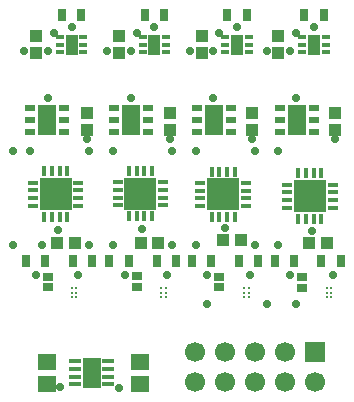
<source format=gts>
G04*
G04 #@! TF.GenerationSoftware,Altium Limited,Altium Designer,24.5.2 (23)*
G04*
G04 Layer_Color=8388736*
%FSLAX25Y25*%
%MOIN*%
G70*
G04*
G04 #@! TF.SameCoordinates,EE7ABEC0-FA62-49D2-8FE4-2AC88B8F3348*
G04*
G04*
G04 #@! TF.FilePolarity,Negative*
G04*
G01*
G75*
%ADD17R,0.03150X0.01575*%
%ADD28R,0.04331X0.04331*%
%ADD29R,0.03150X0.03937*%
%ADD30R,0.03898X0.06693*%
%ADD31R,0.03543X0.01968*%
%ADD32R,0.06299X0.10236*%
%ADD33R,0.10630X0.10630*%
%ADD34O,0.03740X0.01575*%
%ADD35O,0.01575X0.03740*%
%ADD36R,0.06102X0.05512*%
%ADD37R,0.04331X0.04331*%
%ADD38R,0.03228X0.03071*%
%ADD39C,0.01181*%
%ADD40R,0.06260X0.09843*%
%ADD41R,0.03937X0.01772*%
%ADD42R,0.06693X0.06693*%
%ADD43C,0.06693*%
%ADD44C,0.02756*%
D17*
X326752Y381299D02*
D03*
Y383858D02*
D03*
Y386417D02*
D03*
X318917Y381299D02*
D03*
Y383858D02*
D03*
Y386417D02*
D03*
X301161Y381299D02*
D03*
Y383858D02*
D03*
Y386417D02*
D03*
X293327Y381299D02*
D03*
Y383858D02*
D03*
Y386417D02*
D03*
X273602Y381299D02*
D03*
Y383858D02*
D03*
Y386417D02*
D03*
X265768Y381299D02*
D03*
Y383858D02*
D03*
Y386417D02*
D03*
X246043Y381299D02*
D03*
Y383858D02*
D03*
Y386417D02*
D03*
X238209Y381299D02*
D03*
Y383858D02*
D03*
Y386417D02*
D03*
D28*
X230315Y380996D02*
D03*
Y386720D02*
D03*
X257874Y380996D02*
D03*
Y386720D02*
D03*
X285433Y380996D02*
D03*
Y386720D02*
D03*
X311024Y380996D02*
D03*
Y386720D02*
D03*
X247244Y355405D02*
D03*
Y361130D02*
D03*
X329921Y355405D02*
D03*
Y361130D02*
D03*
X302362Y355405D02*
D03*
Y361130D02*
D03*
X274803Y355405D02*
D03*
Y361130D02*
D03*
D29*
X245382Y393701D02*
D03*
X238870D02*
D03*
X272941D02*
D03*
X266429D02*
D03*
X300500D02*
D03*
X293988D02*
D03*
X326091D02*
D03*
X319579D02*
D03*
X233390Y311808D02*
D03*
X226878D02*
D03*
X261130D02*
D03*
X254618D02*
D03*
X242472D02*
D03*
X248984D02*
D03*
X270457D02*
D03*
X276968D02*
D03*
X288689D02*
D03*
X282177D02*
D03*
X297816D02*
D03*
X304328D02*
D03*
X325401D02*
D03*
X331912D02*
D03*
X316330D02*
D03*
X309818D02*
D03*
D30*
X322835Y383858D02*
D03*
X297244D02*
D03*
X269685D02*
D03*
X242126D02*
D03*
D31*
X228209Y362752D02*
D03*
Y358815D02*
D03*
Y354878D02*
D03*
X239547Y362752D02*
D03*
Y358815D02*
D03*
Y354878D02*
D03*
X256114Y362752D02*
D03*
Y358815D02*
D03*
Y354878D02*
D03*
X267453Y362752D02*
D03*
Y358815D02*
D03*
Y354878D02*
D03*
X284020Y362752D02*
D03*
Y358815D02*
D03*
Y354878D02*
D03*
X295358Y362752D02*
D03*
Y358815D02*
D03*
Y354878D02*
D03*
X311425Y362752D02*
D03*
Y358815D02*
D03*
Y354878D02*
D03*
X322764Y362752D02*
D03*
Y358815D02*
D03*
Y354878D02*
D03*
D32*
X233878Y358815D02*
D03*
X261784D02*
D03*
X289689D02*
D03*
X317094D02*
D03*
D33*
X321555Y333366D02*
D03*
X292618Y333957D02*
D03*
X236811Y334055D02*
D03*
X265059Y334154D02*
D03*
D34*
X329134Y337205D02*
D03*
Y334646D02*
D03*
Y332087D02*
D03*
Y329528D02*
D03*
X313976D02*
D03*
Y332087D02*
D03*
Y334646D02*
D03*
Y337205D02*
D03*
X300197Y337795D02*
D03*
Y335236D02*
D03*
Y332677D02*
D03*
Y330118D02*
D03*
X285039D02*
D03*
Y332677D02*
D03*
Y335236D02*
D03*
Y337795D02*
D03*
X244390Y337894D02*
D03*
Y335335D02*
D03*
Y332776D02*
D03*
Y330217D02*
D03*
X229232D02*
D03*
Y332776D02*
D03*
Y335335D02*
D03*
Y337894D02*
D03*
X272638Y337992D02*
D03*
Y335433D02*
D03*
Y332874D02*
D03*
Y330315D02*
D03*
X257480D02*
D03*
Y332874D02*
D03*
Y335433D02*
D03*
Y337992D02*
D03*
D35*
X325394Y325787D02*
D03*
X322835D02*
D03*
X320276D02*
D03*
X317717D02*
D03*
Y340945D02*
D03*
X320276D02*
D03*
X322835D02*
D03*
X325394D02*
D03*
X296457Y326378D02*
D03*
X293898D02*
D03*
X291339D02*
D03*
X288779D02*
D03*
Y341535D02*
D03*
X291339D02*
D03*
X293898D02*
D03*
X296457D02*
D03*
X240650Y326476D02*
D03*
X238091D02*
D03*
X235531D02*
D03*
X232972D02*
D03*
Y341634D02*
D03*
X235531D02*
D03*
X238091D02*
D03*
X240650D02*
D03*
X268898Y326575D02*
D03*
X266339D02*
D03*
X263779D02*
D03*
X261221D02*
D03*
Y341732D02*
D03*
X263779D02*
D03*
X266339D02*
D03*
X268898D02*
D03*
D36*
X264882Y278114D02*
D03*
Y270815D02*
D03*
X233882Y278114D02*
D03*
Y270815D02*
D03*
D37*
X237405Y317713D02*
D03*
X243130D02*
D03*
X265154Y317846D02*
D03*
X270878D02*
D03*
X292713Y318653D02*
D03*
X298437D02*
D03*
X321362Y317846D02*
D03*
X327087D02*
D03*
D38*
X318898Y302756D02*
D03*
Y306299D02*
D03*
X291339Y302953D02*
D03*
Y306496D02*
D03*
X263779Y303150D02*
D03*
Y306693D02*
D03*
X234252Y302953D02*
D03*
Y306496D02*
D03*
D39*
X242126Y299606D02*
D03*
Y301181D02*
D03*
Y302756D02*
D03*
X243701Y299606D02*
D03*
Y301181D02*
D03*
Y302756D02*
D03*
X272047Y299606D02*
D03*
Y301181D02*
D03*
Y302756D02*
D03*
X273622Y299606D02*
D03*
Y301181D02*
D03*
Y302756D02*
D03*
X327165Y299606D02*
D03*
Y301181D02*
D03*
Y302756D02*
D03*
X328740Y299606D02*
D03*
Y301181D02*
D03*
Y302756D02*
D03*
X299606Y299606D02*
D03*
Y301181D02*
D03*
Y302756D02*
D03*
X301181Y299606D02*
D03*
Y301181D02*
D03*
Y302756D02*
D03*
D40*
X248882Y274465D02*
D03*
D41*
X254374Y270626D02*
D03*
Y273185D02*
D03*
Y275744D02*
D03*
Y278303D02*
D03*
X243390Y270626D02*
D03*
Y273185D02*
D03*
Y275744D02*
D03*
Y278303D02*
D03*
D42*
X323150Y281496D02*
D03*
D43*
X313150D02*
D03*
X303150D02*
D03*
X293150D02*
D03*
X283150D02*
D03*
X323150Y271496D02*
D03*
X313150D02*
D03*
X303150D02*
D03*
X293150D02*
D03*
X283150D02*
D03*
D44*
X258045Y269315D02*
D03*
X234252Y381890D02*
D03*
X236221Y387795D02*
D03*
X261811Y381890D02*
D03*
X263779Y387795D02*
D03*
X289370Y381890D02*
D03*
X291339Y387795D02*
D03*
X316929D02*
D03*
X314961Y381890D02*
D03*
X248031Y316929D02*
D03*
X238189Y269685D02*
D03*
X314961Y307087D02*
D03*
X287402D02*
D03*
X259842D02*
D03*
X230315D02*
D03*
X311024Y316929D02*
D03*
X303150D02*
D03*
X283465D02*
D03*
X275590D02*
D03*
X255906D02*
D03*
X232283D02*
D03*
X222441D02*
D03*
X311024Y348425D02*
D03*
X303150D02*
D03*
X283465D02*
D03*
X275590D02*
D03*
X255906D02*
D03*
X274803Y352362D02*
D03*
X248031Y348425D02*
D03*
X222441D02*
D03*
X228346D02*
D03*
X287402Y297244D02*
D03*
X307087D02*
D03*
X316929D02*
D03*
X329134Y307087D02*
D03*
X274016D02*
D03*
X301575D02*
D03*
X244094D02*
D03*
X237498Y322188D02*
D03*
X265746Y322403D02*
D03*
X322242Y321870D02*
D03*
X293305Y322709D02*
D03*
X329921Y352362D02*
D03*
X316929Y366142D02*
D03*
X302362Y352362D02*
D03*
X289370Y366142D02*
D03*
X261811D02*
D03*
X234252D02*
D03*
X247244Y352362D02*
D03*
X322835Y389764D02*
D03*
X297244D02*
D03*
X269685D02*
D03*
X242126D02*
D03*
X307087Y381890D02*
D03*
X281496D02*
D03*
X253937D02*
D03*
X226378D02*
D03*
M02*

</source>
